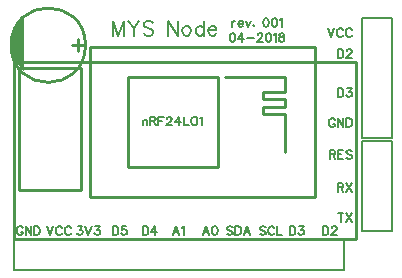
<source format=gto>
G04 ---------------------------- Layer name :TOP SILK LAYER*
G04 EasyEDA v5.4.10, Tue, 24 Apr 2018 09:14:44 GMT*
G04 c78431fd7d494278a101bd4be382ca9e*
G04 Gerber Generator version 0.2*
G04 Scale: 100 percent, Rotated: No, Reflected: No *
G04 Dimensions in inches *
G04 leading zeros omitted , absolute positions ,2 integer and 4 decimal *
%FSLAX24Y24*%
%MOIN*%
G90*
G70D02*

%ADD10C,0.010000*%
%ADD29C,0.008000*%
%ADD30C,0.007992*%
%ADD31C,0.007900*%
%ADD32C,0.005000*%

%LPD*%
G54D29*
G01X12800Y3650D02*
G01X12800Y4400D01*
G01X11800Y4400D01*
G01X11800Y1400D01*
G01X12800Y1400D01*
G54D30*
G01X12800Y1400D02*
G01X12800Y3650D01*
G54D29*
G01X12800Y4500D02*
G01X11800Y4500D01*
G01X11800Y8500D01*
G01X12800Y8500D01*
G01X12800Y7750D01*
G54D30*
G01X12800Y4500D02*
G01X12800Y7750D01*
G54D10*
G01X2550Y7600D02*
G01X2150Y7600D01*
G01X2350Y7400D02*
G01X2350Y7800D01*
G54D31*
G01X950Y1100D02*
G01X11200Y1100D01*
G01X200Y1100D02*
G01X950Y1100D01*
G01X200Y100D02*
G01X200Y1100D01*
G01X200Y100D02*
G01X11200Y100D01*
G01X11200Y100D02*
G01X11200Y1100D01*
G54D10*
G01X2750Y7550D02*
G01X2750Y2550D01*
G01X2750Y7550D02*
G01X10250Y7550D01*
G01X2750Y2550D02*
G01X10250Y2550D01*
G01X10250Y7550D01*
G01X7250Y6550D02*
G01X9250Y6550D01*
G01X9250Y6050D01*
G01X8500Y6050D01*
G01X8500Y5800D01*
G01X9250Y5800D01*
G01X9250Y5550D01*
G01X8500Y5550D01*
G01X8500Y5300D01*
G01X9250Y5300D01*
G01X9250Y4050D01*
G01X4000Y6550D02*
G01X4000Y3550D01*
G01X7000Y3550D01*
G01X7000Y6550D01*
G01X4000Y6550D01*
G01X11608Y7052D02*
G01X191Y7052D01*
G01X11608Y7052D02*
G01X11608Y1147D01*
G01X191Y1147D02*
G01X11608Y1147D01*
G01X191Y1143D02*
G01X191Y7048D01*
G01X2435Y6855D02*
G01X2435Y2761D01*
G01X388Y2761D01*
G01X388Y6855D01*
G01X2435Y6855D01*
G54D29*
G01X10500Y1563D02*
G01X10500Y1278D01*
G01X10500Y1563D02*
G01X10596Y1563D01*
G01X10635Y1550D01*
G01X10664Y1523D01*
G01X10677Y1496D01*
G01X10690Y1455D01*
G01X10690Y1386D01*
G01X10677Y1346D01*
G01X10664Y1319D01*
G01X10635Y1290D01*
G01X10596Y1278D01*
G01X10500Y1278D01*
G01X10794Y1496D02*
G01X10794Y1509D01*
G01X10807Y1536D01*
G01X10822Y1550D01*
G01X10848Y1563D01*
G01X10903Y1563D01*
G01X10931Y1550D01*
G01X10944Y1536D01*
G01X10957Y1509D01*
G01X10957Y1482D01*
G01X10944Y1455D01*
G01X10917Y1413D01*
G01X10781Y1278D01*
G01X10972Y1278D01*
G01X9400Y1563D02*
G01X9400Y1278D01*
G01X9400Y1563D02*
G01X9496Y1563D01*
G01X9535Y1550D01*
G01X9564Y1523D01*
G01X9577Y1496D01*
G01X9590Y1455D01*
G01X9590Y1386D01*
G01X9577Y1346D01*
G01X9564Y1319D01*
G01X9535Y1290D01*
G01X9496Y1278D01*
G01X9400Y1278D01*
G01X9707Y1563D02*
G01X9857Y1563D01*
G01X9777Y1455D01*
G01X9817Y1455D01*
G01X9844Y1440D01*
G01X9857Y1428D01*
G01X9872Y1386D01*
G01X9872Y1359D01*
G01X9857Y1319D01*
G01X9831Y1290D01*
G01X9789Y1278D01*
G01X9748Y1278D01*
G01X9707Y1290D01*
G01X9694Y1305D01*
G01X9681Y1332D01*
G01X8591Y1523D02*
G01X8564Y1550D01*
G01X8523Y1563D01*
G01X8468Y1563D01*
G01X8427Y1550D01*
G01X8400Y1523D01*
G01X8400Y1496D01*
G01X8414Y1469D01*
G01X8427Y1455D01*
G01X8454Y1440D01*
G01X8536Y1413D01*
G01X8564Y1400D01*
G01X8577Y1386D01*
G01X8591Y1359D01*
G01X8591Y1319D01*
G01X8564Y1290D01*
G01X8523Y1278D01*
G01X8468Y1278D01*
G01X8427Y1290D01*
G01X8400Y1319D01*
G01X8885Y1496D02*
G01X8872Y1523D01*
G01X8844Y1550D01*
G01X8817Y1563D01*
G01X8763Y1563D01*
G01X8735Y1550D01*
G01X8708Y1523D01*
G01X8694Y1496D01*
G01X8681Y1455D01*
G01X8681Y1386D01*
G01X8694Y1346D01*
G01X8708Y1319D01*
G01X8735Y1290D01*
G01X8763Y1278D01*
G01X8817Y1278D01*
G01X8844Y1290D01*
G01X8872Y1319D01*
G01X8885Y1346D01*
G01X8975Y1563D02*
G01X8975Y1278D01*
G01X8975Y1278D02*
G01X9139Y1278D01*
G01X7491Y1523D02*
G01X7464Y1550D01*
G01X7423Y1563D01*
G01X7368Y1563D01*
G01X7327Y1550D01*
G01X7300Y1523D01*
G01X7300Y1496D01*
G01X7314Y1469D01*
G01X7327Y1455D01*
G01X7354Y1440D01*
G01X7436Y1413D01*
G01X7464Y1400D01*
G01X7477Y1386D01*
G01X7491Y1359D01*
G01X7491Y1319D01*
G01X7464Y1290D01*
G01X7423Y1278D01*
G01X7368Y1278D01*
G01X7327Y1290D01*
G01X7300Y1319D01*
G01X7581Y1563D02*
G01X7581Y1278D01*
G01X7581Y1563D02*
G01X7676Y1563D01*
G01X7717Y1550D01*
G01X7744Y1523D01*
G01X7758Y1496D01*
G01X7772Y1455D01*
G01X7772Y1386D01*
G01X7758Y1346D01*
G01X7744Y1319D01*
G01X7717Y1290D01*
G01X7676Y1278D01*
G01X7581Y1278D01*
G01X7971Y1563D02*
G01X7862Y1278D01*
G01X7971Y1563D02*
G01X8080Y1278D01*
G01X7903Y1373D02*
G01X8039Y1373D01*
G01X6609Y1563D02*
G01X6500Y1278D01*
G01X6609Y1563D02*
G01X6718Y1278D01*
G01X6541Y1373D02*
G01X6677Y1373D01*
G01X6890Y1563D02*
G01X6849Y1550D01*
G01X6822Y1509D01*
G01X6808Y1440D01*
G01X6808Y1400D01*
G01X6822Y1332D01*
G01X6849Y1290D01*
G01X6890Y1278D01*
G01X6917Y1278D01*
G01X6958Y1290D01*
G01X6985Y1332D01*
G01X6999Y1400D01*
G01X6999Y1440D01*
G01X6985Y1509D01*
G01X6958Y1550D01*
G01X6917Y1563D01*
G01X6890Y1563D01*
G01X5609Y1563D02*
G01X5499Y1278D01*
G01X5609Y1563D02*
G01X5718Y1278D01*
G01X5540Y1373D02*
G01X5677Y1373D01*
G01X5808Y1509D02*
G01X5835Y1523D01*
G01X5876Y1563D01*
G01X5876Y1278D01*
G01X4499Y1563D02*
G01X4499Y1278D01*
G01X4499Y1563D02*
G01X4595Y1563D01*
G01X4636Y1550D01*
G01X4663Y1523D01*
G01X4677Y1496D01*
G01X4690Y1455D01*
G01X4690Y1386D01*
G01X4677Y1346D01*
G01X4663Y1319D01*
G01X4636Y1290D01*
G01X4595Y1278D01*
G01X4499Y1278D01*
G01X4917Y1563D02*
G01X4780Y1373D01*
G01X4985Y1373D01*
G01X4917Y1563D02*
G01X4917Y1278D01*
G01X3500Y1563D02*
G01X3500Y1278D01*
G01X3500Y1563D02*
G01X3596Y1563D01*
G01X3636Y1550D01*
G01X3663Y1523D01*
G01X3676Y1496D01*
G01X3690Y1455D01*
G01X3690Y1386D01*
G01X3676Y1346D01*
G01X3663Y1319D01*
G01X3636Y1290D01*
G01X3596Y1278D01*
G01X3500Y1278D01*
G01X3944Y1563D02*
G01X3807Y1563D01*
G01X3794Y1440D01*
G01X3807Y1455D01*
G01X3848Y1469D01*
G01X3890Y1469D01*
G01X3930Y1455D01*
G01X3957Y1428D01*
G01X3971Y1386D01*
G01X3971Y1359D01*
G01X3957Y1319D01*
G01X3930Y1290D01*
G01X3890Y1278D01*
G01X3848Y1278D01*
G01X3807Y1290D01*
G01X3794Y1305D01*
G01X3780Y1332D01*
G01X2327Y1563D02*
G01X2477Y1563D01*
G01X2395Y1455D01*
G01X2436Y1455D01*
G01X2464Y1440D01*
G01X2477Y1428D01*
G01X2491Y1386D01*
G01X2491Y1359D01*
G01X2477Y1319D01*
G01X2450Y1290D01*
G01X2409Y1278D01*
G01X2368Y1278D01*
G01X2327Y1290D01*
G01X2314Y1305D01*
G01X2300Y1332D01*
G01X2581Y1563D02*
G01X2690Y1278D01*
G01X2799Y1563D02*
G01X2690Y1278D01*
G01X2916Y1563D02*
G01X3066Y1563D01*
G01X2984Y1455D01*
G01X3025Y1455D01*
G01X3053Y1440D01*
G01X3066Y1428D01*
G01X3080Y1386D01*
G01X3080Y1359D01*
G01X3066Y1319D01*
G01X3039Y1290D01*
G01X2998Y1278D01*
G01X2957Y1278D01*
G01X2916Y1290D01*
G01X2903Y1305D01*
G01X2889Y1332D01*
G01X1300Y1563D02*
G01X1409Y1278D01*
G01X1518Y1563D02*
G01X1409Y1278D01*
G01X1812Y1496D02*
G01X1799Y1523D01*
G01X1771Y1550D01*
G01X1744Y1563D01*
G01X1690Y1563D01*
G01X1662Y1550D01*
G01X1635Y1523D01*
G01X1621Y1496D01*
G01X1608Y1455D01*
G01X1608Y1386D01*
G01X1621Y1346D01*
G01X1635Y1319D01*
G01X1662Y1290D01*
G01X1690Y1278D01*
G01X1744Y1278D01*
G01X1771Y1290D01*
G01X1799Y1319D01*
G01X1812Y1346D01*
G01X2107Y1496D02*
G01X2093Y1523D01*
G01X2066Y1550D01*
G01X2039Y1563D01*
G01X1984Y1563D01*
G01X1957Y1550D01*
G01X1930Y1523D01*
G01X1916Y1496D01*
G01X1902Y1455D01*
G01X1902Y1386D01*
G01X1916Y1346D01*
G01X1930Y1319D01*
G01X1957Y1290D01*
G01X1984Y1278D01*
G01X2039Y1278D01*
G01X2066Y1290D01*
G01X2093Y1319D01*
G01X2107Y1346D01*
G01X504Y1496D02*
G01X490Y1523D01*
G01X463Y1550D01*
G01X436Y1563D01*
G01X381Y1563D01*
G01X354Y1550D01*
G01X327Y1523D01*
G01X313Y1496D01*
G01X300Y1455D01*
G01X300Y1386D01*
G01X313Y1346D01*
G01X327Y1319D01*
G01X354Y1290D01*
G01X381Y1278D01*
G01X436Y1278D01*
G01X463Y1290D01*
G01X490Y1319D01*
G01X504Y1346D01*
G01X504Y1386D01*
G01X436Y1386D02*
G01X504Y1386D01*
G01X594Y1563D02*
G01X594Y1278D01*
G01X594Y1563D02*
G01X785Y1278D01*
G01X785Y1563D02*
G01X785Y1278D01*
G01X875Y1563D02*
G01X875Y1278D01*
G01X875Y1563D02*
G01X970Y1563D01*
G01X1011Y1550D01*
G01X1039Y1523D01*
G01X1052Y1496D01*
G01X1066Y1455D01*
G01X1066Y1386D01*
G01X1052Y1346D01*
G01X1039Y1319D01*
G01X1011Y1290D01*
G01X970Y1278D01*
G01X875Y1278D01*
G01X10732Y4099D02*
G01X10732Y3812D01*
G01X10732Y4099D02*
G01X10855Y4099D01*
G01X10896Y4085D01*
G01X10909Y4072D01*
G01X10923Y4044D01*
G01X10923Y4017D01*
G01X10909Y3990D01*
G01X10896Y3976D01*
G01X10855Y3962D01*
G01X10732Y3962D01*
G01X10828Y3962D02*
G01X10923Y3812D01*
G01X11013Y4099D02*
G01X11013Y3812D01*
G01X11013Y4099D02*
G01X11190Y4099D01*
G01X11013Y3962D02*
G01X11122Y3962D01*
G01X11013Y3812D02*
G01X11190Y3812D01*
G01X11471Y4058D02*
G01X11444Y4085D01*
G01X11403Y4099D01*
G01X11348Y4099D01*
G01X11308Y4085D01*
G01X11280Y4058D01*
G01X11280Y4031D01*
G01X11294Y4003D01*
G01X11308Y3990D01*
G01X11335Y3976D01*
G01X11417Y3949D01*
G01X11444Y3935D01*
G01X11458Y3922D01*
G01X11471Y3894D01*
G01X11471Y3853D01*
G01X11444Y3826D01*
G01X11403Y3812D01*
G01X11348Y3812D01*
G01X11308Y3826D01*
G01X11280Y3853D01*
G01X11096Y1999D02*
G01X11096Y1712D01*
G01X11000Y1999D02*
G01X11190Y1999D01*
G01X11281Y1999D02*
G01X11472Y1712D01*
G01X11472Y1999D02*
G01X11281Y1712D01*
G01X11000Y2999D02*
G01X11000Y2712D01*
G01X11000Y2999D02*
G01X11122Y2999D01*
G01X11164Y2985D01*
G01X11177Y2972D01*
G01X11190Y2944D01*
G01X11190Y2917D01*
G01X11177Y2890D01*
G01X11164Y2876D01*
G01X11122Y2862D01*
G01X11000Y2862D01*
G01X11096Y2862D02*
G01X11190Y2712D01*
G01X11281Y2999D02*
G01X11472Y2712D01*
G01X11472Y2999D02*
G01X11281Y2712D01*
G01X11000Y7463D02*
G01X11000Y7176D01*
G01X11000Y7463D02*
G01X11094Y7463D01*
G01X11135Y7450D01*
G01X11164Y7423D01*
G01X11177Y7394D01*
G01X11190Y7355D01*
G01X11190Y7286D01*
G01X11177Y7244D01*
G01X11164Y7217D01*
G01X11135Y7190D01*
G01X11094Y7176D01*
G01X11000Y7176D01*
G01X11294Y7394D02*
G01X11294Y7409D01*
G01X11307Y7436D01*
G01X11322Y7450D01*
G01X11348Y7463D01*
G01X11403Y7463D01*
G01X11431Y7450D01*
G01X11444Y7436D01*
G01X11457Y7409D01*
G01X11457Y7382D01*
G01X11444Y7355D01*
G01X11417Y7313D01*
G01X11281Y7176D01*
G01X11472Y7176D01*
G01X11000Y6163D02*
G01X11000Y5876D01*
G01X11000Y6163D02*
G01X11094Y6163D01*
G01X11135Y6150D01*
G01X11164Y6123D01*
G01X11177Y6094D01*
G01X11190Y6055D01*
G01X11190Y5986D01*
G01X11177Y5944D01*
G01X11164Y5917D01*
G01X11135Y5890D01*
G01X11094Y5876D01*
G01X11000Y5876D01*
G01X11307Y6163D02*
G01X11457Y6163D01*
G01X11376Y6055D01*
G01X11417Y6055D01*
G01X11444Y6040D01*
G01X11457Y6026D01*
G01X11472Y5986D01*
G01X11472Y5959D01*
G01X11457Y5917D01*
G01X11431Y5890D01*
G01X11389Y5876D01*
G01X11348Y5876D01*
G01X11307Y5890D01*
G01X11294Y5905D01*
G01X11281Y5932D01*
G01X10909Y5094D02*
G01X10896Y5123D01*
G01X10868Y5150D01*
G01X10841Y5163D01*
G01X10787Y5163D01*
G01X10759Y5150D01*
G01X10732Y5123D01*
G01X10718Y5094D01*
G01X10705Y5055D01*
G01X10705Y4986D01*
G01X10718Y4944D01*
G01X10732Y4917D01*
G01X10759Y4890D01*
G01X10787Y4876D01*
G01X10841Y4876D01*
G01X10868Y4890D01*
G01X10896Y4917D01*
G01X10909Y4944D01*
G01X10909Y4986D01*
G01X10841Y4986D02*
G01X10909Y4986D01*
G01X10999Y5163D02*
G01X10999Y4876D01*
G01X10999Y5163D02*
G01X11190Y4876D01*
G01X11190Y5163D02*
G01X11190Y4876D01*
G01X11280Y5163D02*
G01X11280Y4876D01*
G01X11280Y5163D02*
G01X11376Y5163D01*
G01X11417Y5150D01*
G01X11444Y5123D01*
G01X11458Y5094D01*
G01X11471Y5055D01*
G01X11471Y4986D01*
G01X11458Y4944D01*
G01X11444Y4917D01*
G01X11417Y4890D01*
G01X11376Y4876D01*
G01X11280Y4876D01*
G01X10664Y8163D02*
G01X10773Y7876D01*
G01X10882Y8163D02*
G01X10773Y7876D01*
G01X11177Y8094D02*
G01X11163Y8123D01*
G01X11136Y8150D01*
G01X11108Y8163D01*
G01X11054Y8163D01*
G01X11027Y8150D01*
G01X10999Y8123D01*
G01X10986Y8094D01*
G01X10972Y8055D01*
G01X10972Y7986D01*
G01X10986Y7944D01*
G01X10999Y7917D01*
G01X11027Y7890D01*
G01X11054Y7876D01*
G01X11108Y7876D01*
G01X11136Y7890D01*
G01X11163Y7917D01*
G01X11177Y7944D01*
G01X11471Y8094D02*
G01X11458Y8123D01*
G01X11430Y8150D01*
G01X11403Y8163D01*
G01X11348Y8163D01*
G01X11321Y8150D01*
G01X11294Y8123D01*
G01X11280Y8094D01*
G01X11267Y8055D01*
G01X11267Y7986D01*
G01X11280Y7944D01*
G01X11294Y7917D01*
G01X11321Y7890D01*
G01X11348Y7876D01*
G01X11403Y7876D01*
G01X11430Y7890D01*
G01X11458Y7917D01*
G01X11471Y7944D01*
G01X3500Y8400D02*
G01X3500Y7921D01*
G01X3500Y8400D02*
G01X3682Y7921D01*
G01X3863Y8400D02*
G01X3682Y7921D01*
G01X3863Y8400D02*
G01X3863Y7921D01*
G01X4013Y8400D02*
G01X4194Y8171D01*
G01X4194Y7921D01*
G01X4376Y8400D02*
G01X4194Y8171D01*
G01X4844Y8330D02*
G01X4800Y8376D01*
G01X4731Y8400D01*
G01X4640Y8400D01*
G01X4573Y8376D01*
G01X4526Y8330D01*
G01X4526Y8286D01*
G01X4550Y8240D01*
G01X4573Y8217D01*
G01X4617Y8194D01*
G01X4755Y8150D01*
G01X4800Y8126D01*
G01X4822Y8103D01*
G01X4844Y8059D01*
G01X4844Y7990D01*
G01X4800Y7944D01*
G01X4731Y7921D01*
G01X4640Y7921D01*
G01X4573Y7944D01*
G01X4526Y7990D01*
G01X5344Y8400D02*
G01X5344Y7921D01*
G01X5344Y8400D02*
G01X5664Y7921D01*
G01X5664Y8400D02*
G01X5664Y7921D01*
G01X5927Y8240D02*
G01X5881Y8217D01*
G01X5835Y8171D01*
G01X5814Y8103D01*
G01X5814Y8059D01*
G01X5835Y7990D01*
G01X5881Y7944D01*
G01X5927Y7921D01*
G01X5994Y7921D01*
G01X6040Y7944D01*
G01X6085Y7990D01*
G01X6109Y8059D01*
G01X6109Y8103D01*
G01X6085Y8171D01*
G01X6040Y8217D01*
G01X5994Y8240D01*
G01X5927Y8240D01*
G01X6531Y8400D02*
G01X6531Y7921D01*
G01X6531Y8171D02*
G01X6485Y8217D01*
G01X6440Y8240D01*
G01X6372Y8240D01*
G01X6327Y8217D01*
G01X6281Y8171D01*
G01X6259Y8103D01*
G01X6259Y8059D01*
G01X6281Y7990D01*
G01X6327Y7944D01*
G01X6372Y7921D01*
G01X6440Y7921D01*
G01X6485Y7944D01*
G01X6531Y7990D01*
G01X6681Y8103D02*
G01X6955Y8103D01*
G01X6955Y8150D01*
G01X6931Y8194D01*
G01X6909Y8217D01*
G01X6864Y8240D01*
G01X6794Y8240D01*
G01X6750Y8217D01*
G01X6705Y8171D01*
G01X6681Y8103D01*
G01X6681Y8059D01*
G01X6705Y7990D01*
G01X6750Y7944D01*
G01X6794Y7921D01*
G01X6864Y7921D01*
G01X6909Y7944D01*
G01X6955Y7990D01*
G01X7478Y8403D02*
G01X7478Y8213D01*
G01X7478Y8321D02*
G01X7492Y8363D01*
G01X7519Y8390D01*
G01X7546Y8403D01*
G01X7587Y8403D01*
G01X7677Y8321D02*
G01X7841Y8321D01*
G01X7841Y8350D01*
G01X7827Y8376D01*
G01X7813Y8390D01*
G01X7786Y8403D01*
G01X7745Y8403D01*
G01X7718Y8390D01*
G01X7691Y8363D01*
G01X7677Y8321D01*
G01X7677Y8294D01*
G01X7691Y8253D01*
G01X7718Y8226D01*
G01X7745Y8213D01*
G01X7786Y8213D01*
G01X7813Y8226D01*
G01X7841Y8253D01*
G01X7931Y8403D02*
G01X8013Y8213D01*
G01X8094Y8403D02*
G01X8013Y8213D01*
G01X8198Y8280D02*
G01X8184Y8267D01*
G01X8198Y8253D01*
G01X8212Y8267D01*
G01X8198Y8280D01*
G01X8593Y8500D02*
G01X8553Y8486D01*
G01X8525Y8444D01*
G01X8512Y8376D01*
G01X8512Y8336D01*
G01X8525Y8267D01*
G01X8553Y8226D01*
G01X8593Y8213D01*
G01X8621Y8213D01*
G01X8662Y8226D01*
G01X8689Y8267D01*
G01X8703Y8336D01*
G01X8703Y8376D01*
G01X8689Y8444D01*
G01X8662Y8486D01*
G01X8621Y8500D01*
G01X8593Y8500D01*
G01X8874Y8500D02*
G01X8833Y8486D01*
G01X8806Y8444D01*
G01X8793Y8376D01*
G01X8793Y8336D01*
G01X8806Y8267D01*
G01X8833Y8226D01*
G01X8874Y8213D01*
G01X8902Y8213D01*
G01X8943Y8226D01*
G01X8970Y8267D01*
G01X8983Y8336D01*
G01X8983Y8376D01*
G01X8970Y8444D01*
G01X8943Y8486D01*
G01X8902Y8500D01*
G01X8874Y8500D01*
G01X9073Y8444D02*
G01X9101Y8459D01*
G01X9142Y8500D01*
G01X9142Y8213D01*
G01X7481Y8000D02*
G01X7440Y7986D01*
G01X7414Y7944D01*
G01X7400Y7876D01*
G01X7400Y7836D01*
G01X7414Y7767D01*
G01X7440Y7726D01*
G01X7481Y7713D01*
G01X7509Y7713D01*
G01X7550Y7726D01*
G01X7577Y7767D01*
G01X7590Y7836D01*
G01X7590Y7876D01*
G01X7577Y7944D01*
G01X7550Y7986D01*
G01X7509Y8000D01*
G01X7481Y8000D01*
G01X7817Y8000D02*
G01X7681Y7809D01*
G01X7885Y7809D01*
G01X7817Y8000D02*
G01X7817Y7713D01*
G01X7975Y7836D02*
G01X8221Y7836D01*
G01X8325Y7930D02*
G01X8325Y7944D01*
G01X8338Y7971D01*
G01X8352Y7986D01*
G01X8378Y8000D01*
G01X8434Y8000D01*
G01X8460Y7986D01*
G01X8475Y7971D01*
G01X8488Y7944D01*
G01X8488Y7917D01*
G01X8475Y7890D01*
G01X8447Y7850D01*
G01X8310Y7713D01*
G01X8502Y7713D01*
G01X8673Y8000D02*
G01X8632Y7986D01*
G01X8605Y7944D01*
G01X8592Y7876D01*
G01X8592Y7836D01*
G01X8605Y7767D01*
G01X8632Y7726D01*
G01X8673Y7713D01*
G01X8701Y7713D01*
G01X8742Y7726D01*
G01X8768Y7767D01*
G01X8782Y7836D01*
G01X8782Y7876D01*
G01X8768Y7944D01*
G01X8742Y7986D01*
G01X8701Y8000D01*
G01X8673Y8000D01*
G01X8872Y7944D02*
G01X8900Y7959D01*
G01X8940Y8000D01*
G01X8940Y7713D01*
G01X9098Y8000D02*
G01X9057Y7986D01*
G01X9044Y7959D01*
G01X9044Y7930D01*
G01X9057Y7903D01*
G01X9085Y7890D01*
G01X9139Y7876D01*
G01X9181Y7863D01*
G01X9207Y7836D01*
G01X9222Y7809D01*
G01X9222Y7767D01*
G01X9207Y7740D01*
G01X9194Y7726D01*
G01X9153Y7713D01*
G01X9098Y7713D01*
G01X9057Y7726D01*
G01X9044Y7740D01*
G01X9031Y7767D01*
G01X9031Y7809D01*
G01X9044Y7836D01*
G01X9072Y7863D01*
G01X9113Y7876D01*
G01X9167Y7890D01*
G01X9194Y7903D01*
G01X9207Y7930D01*
G01X9207Y7959D01*
G01X9194Y7986D01*
G01X9153Y8000D01*
G01X9098Y8000D01*
G54D32*
G01X4500Y5117D02*
G01X4500Y4926D01*
G01X4500Y5063D02*
G01X4540Y5105D01*
G01X4567Y5117D01*
G01X4609Y5117D01*
G01X4636Y5105D01*
G01X4650Y5063D01*
G01X4650Y4926D01*
G01X4739Y5213D02*
G01X4739Y4926D01*
G01X4739Y5213D02*
G01X4863Y5213D01*
G01X4903Y5200D01*
G01X4917Y5186D01*
G01X4931Y5159D01*
G01X4931Y5132D01*
G01X4917Y5105D01*
G01X4903Y5090D01*
G01X4863Y5076D01*
G01X4739Y5076D01*
G01X4835Y5076D02*
G01X4931Y4926D01*
G01X5021Y5213D02*
G01X5021Y4926D01*
G01X5021Y5213D02*
G01X5197Y5213D01*
G01X5021Y5076D02*
G01X5130Y5076D01*
G01X5302Y5144D02*
G01X5302Y5159D01*
G01X5314Y5186D01*
G01X5328Y5200D01*
G01X5356Y5213D01*
G01X5410Y5213D01*
G01X5438Y5200D01*
G01X5452Y5186D01*
G01X5464Y5159D01*
G01X5464Y5132D01*
G01X5452Y5105D01*
G01X5425Y5063D01*
G01X5288Y4926D01*
G01X5478Y4926D01*
G01X5705Y5213D02*
G01X5568Y5023D01*
G01X5773Y5023D01*
G01X5705Y5213D02*
G01X5705Y4926D01*
G01X5864Y5213D02*
G01X5864Y4926D01*
G01X5864Y4926D02*
G01X6027Y4926D01*
G01X6198Y5213D02*
G01X6157Y5200D01*
G01X6131Y5159D01*
G01X6117Y5090D01*
G01X6117Y5050D01*
G01X6131Y4982D01*
G01X6157Y4940D01*
G01X6198Y4926D01*
G01X6226Y4926D01*
G01X6267Y4940D01*
G01X6294Y4982D01*
G01X6307Y5050D01*
G01X6307Y5090D01*
G01X6294Y5159D01*
G01X6267Y5200D01*
G01X6226Y5213D01*
G01X6198Y5213D01*
G01X6397Y5159D02*
G01X6425Y5173D01*
G01X6465Y5213D01*
G01X6465Y4926D01*
G54D10*
G75*
G01X2590Y7600D02*
G03X2590Y7600I-1240J0D01*
G01*
G36*
G01X550Y6700D02*
G01X550Y8500D01*
G01X350Y8300D01*
G01X150Y7900D01*
G01X150Y7200D01*
G01X250Y7100D01*
G01X550Y6700D01*
G37*
M00*
M02*

</source>
